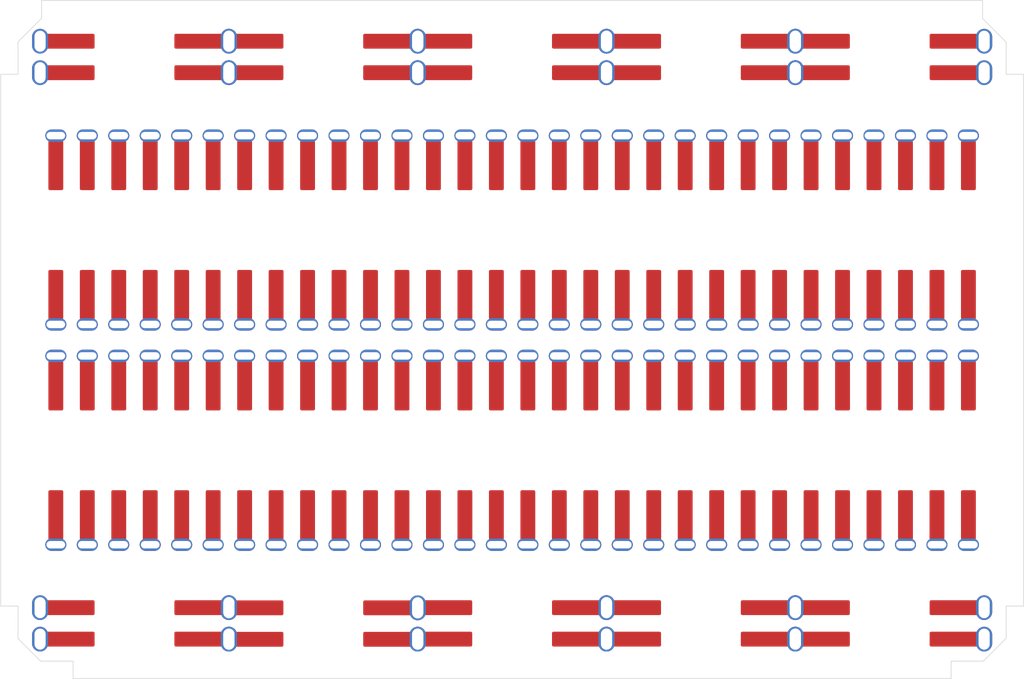
<source format=kicad_pcb>
(kicad_pcb (version 20221018) (generator pcbnew)
  (layers (0 "F.Cu" signal) (1 "In1.Cu" signal) (2 "In2.Cu" signal) (31 "B.Cu" signal) (34 "B.Paste" user) (35 "F.Paste" user) (36 "B.SilkS" user "B.Silkscreen") (37 "F.SilkS" user "F.Silkscreen") (38 "B.Mask" user) (39 "F.Mask" user) (44 "Edge.Cuts" user))
  (net 0 "")
  (net 1 "Net-(J1-Pin_30)")
  (net 2 "Net-(J1-Pin_29)")
  (net 3 "Net-(J1-Pin_28)")
  (net 4 "Net-(J1-Pin_27)")
  (net 5 "Net-(J1-Pin_26)")
  (net 6 "Net-(J1-Pin_25)")
  (net 7 "Net-(J1-Pin_24)")
  (net 8 "Net-(J1-Pin_23)")
  (net 9 "Net-(J1-Pin_22)")
  (net 10 "Net-(J1-Pin_21)")
  (net 11 "Net-(J1-Pin_20)")
  (net 12 "Net-(J1-Pin_19)")
  (net 13 "Net-(J1-Pin_18)")
  (net 14 "Net-(J1-Pin_17)")
  (net 15 "Net-(J1-Pin_16)")
  (net 16 "Net-(J1-Pin_15)")
  (net 17 "Net-(J1-Pin_14)")
  (net 18 "Net-(J1-Pin_13)")
  (net 19 "Net-(J1-Pin_12)")
  (net 20 "Net-(J1-Pin_11)")
  (net 21 "Net-(J1-Pin_10)")
  (net 22 "Net-(J1-Pin_9)")
  (net 23 "Net-(J1-Pin_8)")
  (net 24 "Net-(J1-Pin_7)")
  (net 25 "Net-(J1-Pin_6)")
  (net 26 "Net-(J1-Pin_5)")
  (net 27 "Net-(J1-Pin_4)")
  (net 28 "Net-(J1-Pin_3)")
  (net 29 "Net-(J1-Pin_2)")
  (net 30 "Net-(J1-Pin_1)")
  (net 31 "Net-(J10-Pin_9)")
  (net 32 "Net-(J10-Pin_8)")
  (net 33 "Net-(J10-Pin_7)")
  (net 34 "Net-(J10-Pin_6)")
  (net 35 "Net-(J10-Pin_5)")
  (net 36 "Net-(J10-Pin_4)")
  (net 37 "Net-(J10-Pin_30)")
  (net 38 "Net-(J10-Pin_3)")
  (net 39 "Net-(J10-Pin_29)")
  (net 40 "Net-(J10-Pin_28)")
  (net 41 "Net-(J10-Pin_27)")
  (net 42 "Net-(J10-Pin_26)")
  (net 43 "Net-(J10-Pin_25)")
  (net 44 "Net-(J10-Pin_24)")
  (net 45 "Net-(J10-Pin_23)")
  (net 46 "Net-(J10-Pin_22)")
  (net 47 "Net-(J10-Pin_21)")
  (net 48 "Net-(J10-Pin_20)")
  (net 49 "Net-(J10-Pin_2)")
  (net 50 "Net-(J10-Pin_19)")
  (net 51 "Net-(J10-Pin_18)")
  (net 52 "Net-(J10-Pin_17)")
  (net 53 "Net-(J10-Pin_16)")
  (net 54 "Net-(J10-Pin_15)")
  (net 55 "Net-(J10-Pin_14)")
  (net 56 "Net-(J10-Pin_13)")
  (net 57 "Net-(J10-Pin_12)")
  (net 58 "Net-(J10-Pin_11)")
  (net 59 "Net-(J10-Pin_10)")
  (net 60 "Net-(J10-Pin_1)")
  (footprint "Connector:Breadboard_CustomClips_Fallback" (layer "F.Cu") (at 103.505 160.02)
    (fp_text reference "J11" hide)
    (fp_text value "Connector_Breadboard" hide)
    (pad "0" smd roundrect (at -38.1 -21.59 90) (size 1.2 4) (drill oval (offset 0 2.4)) (layers "F.Cu" "F.Mask") (roundrect_rratio 0.1))
    (pad "0" thru_hole oval (at -38.1 -21.59) (size 1.3 2) (drill oval 0.9 1.7) (layers "*.Cu" "*.Mask"))
    (pad "0" smd roundrect (at -22.86 -21.59 90) (size 1.2 4) (drill oval (offset 0 2.4)) (layers "F.Cu" "F.Mask") (roundrect_rratio 0.1))
    (pad "0" smd roundrect (at -22.86 -21.59 270) (size 1.2 4) (drill oval (offset 0 2.4)) (layers "F.Cu" "F.Mask") (roundrect_rratio 0.1))
    (pad "0" thru_hole oval (at -22.86 -21.59) (size 1.3 2) (drill oval 0.9 1.7) (layers "*.Cu" "*.Mask"))
    (pad "0" thru_hole oval (at -22.86 -21.59) (size 1.3 2) (drill oval 0.9 1.7) (layers "*.Cu" "*.Mask"))
    (pad "0" smd roundrect (at -7.62 -21.59 90) (size 1.2 4) (drill oval (offset 0 2.4)) (layers "F.Cu" "F.Mask") (roundrect_rratio 0.1))
    (pad "0" smd roundrect (at -7.62 -21.59 270) (size 1.2 4) (drill oval (offset 0 2.4)) (layers "F.Cu" "F.Mask") (roundrect_rratio 0.1))
    (pad "0" thru_hole oval (at -7.62 -21.59) (size 1.3 2) (drill oval 0.9 1.7) (layers "*.Cu" "*.Mask"))
    (pad "0" thru_hole oval (at -7.62 -21.59) (size 1.3 2) (drill oval 0.9 1.7) (layers "*.Cu" "*.Mask"))
    (pad "0" smd roundrect (at 7.62 -21.59 90) (size 1.2 4) (drill oval (offset 0 2.4)) (layers "F.Cu" "F.Mask") (roundrect_rratio 0.1))
    (pad "0" smd roundrect (at 7.62 -21.59 270) (size 1.2 4) (drill oval (offset 0 2.4)) (layers "F.Cu" "F.Mask") (roundrect_rratio 0.1))
    (pad "0" thru_hole oval (at 7.62 -21.59) (size 1.3 2) (drill oval 0.9 1.7) (layers "*.Cu" "*.Mask"))
    (pad "0" thru_hole oval (at 7.62 -21.59) (size 1.3 2) (drill oval 0.9 1.7) (layers "*.Cu" "*.Mask"))
    (pad "0" smd roundrect (at 22.86 -21.59 270) (size 1.2 4) (drill oval (offset 0 2.4)) (layers "F.Cu" "F.Mask") (roundrect_rratio 0.1))
    (pad "0" smd roundrect (at 22.86 -21.59 90) (size 1.2 4) (drill oval (offset 0 2.4)) (layers "F.Cu" "F.Mask") (roundrect_rratio 0.1))
    (pad "0" thru_hole oval (at 22.86 -21.59) (size 1.3 2) (drill oval 0.9 1.7) (layers "*.Cu" "*.Mask"))
    (pad "0" thru_hole oval (at 22.86 -21.59) (size 1.3 2) (drill oval 0.9 1.7) (layers "*.Cu" "*.Mask"))
    (pad "0" smd roundrect (at 38.1 -21.59 270) (size 1.2 4) (drill oval (offset 0 2.4)) (layers "F.Cu" "F.Mask") (roundrect_rratio 0.1))
    (pad "0" thru_hole oval (at 38.1 -21.59) (size 1.3 2) (drill oval 0.9 1.7) (layers "*.Cu" "*.Mask"))
    (pad "1" smd roundrect (at -36.83 -16.51) (size 1.2 4) (drill oval (offset 0 2.4)) (layers "F.Cu" "F.Mask") (roundrect_rratio 0.1) (net 30 "Net-(J1-Pin_1)"))
    (pad "1" thru_hole oval (at -36.83 -16.51) (size 1.7 1) (drill oval 1.5 0.6) (layers "*.Cu" "*.Mask") (net 30 "Net-(J1-Pin_1)"))
    (pad "1" smd roundrect (at -36.83 -1.27) (size 1.2 4) (drill oval (offset 0 -2.4)) (layers "F.Cu" "F.Mask") (roundrect_rratio 0.1) (net 30 "Net-(J1-Pin_1)"))
    (pad "1" thru_hole oval (at -36.83 -1.27) (size 1.7 1) (drill oval 1.5 0.6) (layers "*.Cu" "*.Mask") (net 30 "Net-(J1-Pin_1)"))
    (pad "2" smd roundrect (at -34.29 -16.51) (size 1.2 4) (drill oval (offset 0 2.4)) (layers "F.Cu" "F.Mask") (roundrect_rratio 0.1) (net 29 "Net-(J1-Pin_2)"))
    (pad "2" thru_hole oval (at -34.29 -16.51) (size 1.7 1) (drill oval 1.5 0.6) (layers "*.Cu" "*.Mask") (net 29 "Net-(J1-Pin_2)"))
    (pad "2" smd roundrect (at -34.29 -1.27) (size 1.2 4) (drill oval (offset 0 -2.4)) (layers "F.Cu" "F.Mask") (roundrect_rratio 0.1) (net 29 "Net-(J1-Pin_2)"))
    (pad "2" thru_hole oval (at -34.29 -1.27) (size 1.7 1) (drill oval 1.5 0.6) (layers "*.Cu" "*.Mask") (net 29 "Net-(J1-Pin_2)"))
    (pad "3" smd roundrect (at -31.75 -16.51) (size 1.2 4) (drill oval (offset 0 2.4)) (layers "F.Cu" "F.Mask") (roundrect_rratio 0.1) (net 28 "Net-(J1-Pin_3)"))
    (pad "3" thru_hole oval (at -31.75 -16.51) (size 1.7 1) (drill oval 1.5 0.6) (layers "*.Cu" "*.Mask") (net 28 "Net-(J1-Pin_3)"))
    (pad "3" smd roundrect (at -31.75 -1.27) (size 1.2 4) (drill oval (offset 0 -2.4)) (layers "F.Cu" "F.Mask") (roundrect_rratio 0.1) (net 28 "Net-(J1-Pin_3)"))
    (pad "3" thru_hole oval (at -31.75 -1.27) (size 1.7 1) (drill oval 1.5 0.6) (layers "*.Cu" "*.Mask") (net 28 "Net-(J1-Pin_3)"))
    (pad "4" smd roundrect (at -29.21 -16.51) (size 1.2 4) (drill oval (offset 0 2.4)) (layers "F.Cu" "F.Mask") (roundrect_rratio 0.1) (net 27 "Net-(J1-Pin_4)"))
    (pad "4" thru_hole oval (at -29.21 -16.51) (size 1.7 1) (drill oval 1.5 0.6) (layers "*.Cu" "*.Mask") (net 27 "Net-(J1-Pin_4)"))
    (pad "4" smd roundrect (at -29.21 -1.27) (size 1.2 4) (drill oval (offset 0 -2.4)) (layers "F.Cu" "F.Mask") (roundrect_rratio 0.1) (net 27 "Net-(J1-Pin_4)"))
    (pad "4" thru_hole oval (at -29.21 -1.27) (size 1.7 1) (drill oval 1.5 0.6) (layers "*.Cu" "*.Mask") (net 27 "Net-(J1-Pin_4)"))
    (pad "5" smd roundrect (at -26.67 -16.51) (size 1.2 4) (drill oval (offset 0 2.4)) (layers "F.Cu" "F.Mask") (roundrect_rratio 0.1) (net 26 "Net-(J1-Pin_5)"))
    (pad "5" thru_hole oval (at -26.67 -16.51) (size 1.7 1) (drill oval 1.5 0.6) (layers "*.Cu" "*.Mask") (net 26 "Net-(J1-Pin_5)"))
    (pad "5" smd roundrect (at -26.67 -1.27) (size 1.2 4) (drill oval (offset 0 -2.4)) (layers "F.Cu" "F.Mask") (roundrect_rratio 0.1) (net 26 "Net-(J1-Pin_5)"))
    (pad "5" thru_hole oval (at -26.67 -1.27) (size 1.7 1) (drill oval 1.5 0.6) (layers "*.Cu" "*.Mask") (net 26 "Net-(J1-Pin_5)"))
    (pad "6" smd roundrect (at -24.13 -16.51) (size 1.2 4) (drill oval (offset 0 2.4)) (layers "F.Cu" "F.Mask") (roundrect_rratio 0.1) (net 25 "Net-(J1-Pin_6)"))
    (pad "6" thru_hole oval (at -24.13 -16.51) (size 1.7 1) (drill oval 1.5 0.6) (layers "*.Cu" "*.Mask") (net 25 "Net-(J1-Pin_6)"))
    (pad "6" smd roundrect (at -24.13 -1.27) (size 1.2 4) (drill oval (offset 0 -2.4)) (layers "F.Cu" "F.Mask") (roundrect_rratio 0.1) (net 25 "Net-(J1-Pin_6)"))
    (pad "6" thru_hole oval (at -24.13 -1.27) (size 1.7 1) (drill oval 1.5 0.6) (layers "*.Cu" "*.Mask") (net 25 "Net-(J1-Pin_6)"))
    (pad "7" smd roundrect (at -21.59 -16.51) (size 1.2 4) (drill oval (offset 0 2.4)) (layers "F.Cu" "F.Mask") (roundrect_rratio 0.1) (net 24 "Net-(J1-Pin_7)"))
    (pad "7" thru_hole oval (at -21.59 -16.51) (size 1.7 1) (drill oval 1.5 0.6) (layers "*.Cu" "*.Mask") (net 24 "Net-(J1-Pin_7)"))
    (pad "7" smd roundrect (at -21.59 -1.27) (size 1.2 4) (drill oval (offset 0 -2.4)) (layers "F.Cu" "F.Mask") (roundrect_rratio 0.1) (net 24 "Net-(J1-Pin_7)"))
    (pad "7" thru_hole oval (at -21.59 -1.27) (size 1.7 1) (drill oval 1.5 0.6) (layers "*.Cu" "*.Mask") (net 24 "Net-(J1-Pin_7)"))
    (pad "8" smd roundrect (at -19.05 -16.51) (size 1.2 4) (drill oval (offset 0 2.4)) (layers "F.Cu" "F.Mask") (roundrect_rratio 0.1) (net 23 "Net-(J1-Pin_8)"))
    (pad "8" thru_hole oval (at -19.05 -16.51) (size 1.7 1) (drill oval 1.5 0.6) (layers "*.Cu" "*.Mask") (net 23 "Net-(J1-Pin_8)"))
    (pad "8" smd roundrect (at -19.05 -1.27) (size 1.2 4) (drill oval (offset 0 -2.4)) (layers "F.Cu" "F.Mask") (roundrect_rratio 0.1) (net 23 "Net-(J1-Pin_8)"))
    (pad "8" thru_hole oval (at -19.05 -1.27) (size 1.7 1) (drill oval 1.5 0.6) (layers "*.Cu" "*.Mask") (net 23 "Net-(J1-Pin_8)"))
    (pad "9" smd roundrect (at -16.51 -16.51) (size 1.2 4) (drill oval (offset 0 2.4)) (layers "F.Cu" "F.Mask") (roundrect_rratio 0.1) (net 22 "Net-(J1-Pin_9)"))
    (pad "9" thru_hole oval (at -16.51 -16.51) (size 1.7 1) (drill oval 1.5 0.6) (layers "*.Cu" "*.Mask") (net 22 "Net-(J1-Pin_9)"))
    (pad "9" smd roundrect (at -16.51 -1.27) (size 1.2 4) (drill oval (offset 0 -2.4)) (layers "F.Cu" "F.Mask") (roundrect_rratio 0.1) (net 22 "Net-(J1-Pin_9)"))
    (pad "9" thru_hole oval (at -16.51 -1.27) (size 1.7 1) (drill oval 1.5 0.6) (layers "*.Cu" "*.Mask") (net 22 "Net-(J1-Pin_9)"))
    (pad "10" smd roundrect (at -13.97 -16.51) (size 1.2 4) (drill oval (offset 0 2.4)) (layers "F.Cu" "F.Mask") (roundrect_rratio 0.1) (net 21 "Net-(J1-Pin_10)"))
    (pad "10" thru_hole oval (at -13.97 -16.51) (size 1.7 1) (drill oval 1.5 0.6) (layers "*.Cu" "*.Mask") (net 21 "Net-(J1-Pin_10)"))
    (pad "10" smd roundrect (at -13.97 -1.27) (size 1.2 4) (drill oval (offset 0 -2.4)) (layers "F.Cu" "F.Mask") (roundrect_rratio 0.1) (net 21 "Net-(J1-Pin_10)"))
    (pad "10" thru_hole oval (at -13.97 -1.27) (size 1.7 1) (drill oval 1.5 0.6) (layers "*.Cu" "*.Mask") (net 21 "Net-(J1-Pin_10)"))
    (pad "11" smd roundrect (at -11.43 -16.51) (size 1.2 4) (drill oval (offset 0 2.4)) (layers "F.Cu" "F.Mask") (roundrect_rratio 0.1) (net 20 "Net-(J1-Pin_11)"))
    (pad "11" thru_hole oval (at -11.43 -16.51) (size 1.7 1) (drill oval 1.5 0.6) (layers "*.Cu" "*.Mask") (net 20 "Net-(J1-Pin_11)"))
    (pad "11" smd roundrect (at -11.43 -1.27) (size 1.2 4) (drill oval (offset 0 -2.4)) (layers "F.Cu" "F.Mask") (roundrect_rratio 0.1) (net 20 "Net-(J1-Pin_11)"))
    (pad "11" thru_hole oval (at -11.43 -1.27) (size 1.7 1) (drill oval 1.5 0.6) (layers "*.Cu" "*.Mask") (net 20 "Net-(J1-Pin_11)"))
    (pad "12" smd roundrect (at -8.89 -16.51) (size 1.2 4) (drill oval (offset 0 2.4)) (layers "F.Cu" "F.Mask") (roundrect_rratio 0.1) (net 19 "Net-(J1-Pin_12)"))
    (pad "12" thru_hole oval (at -8.89 -16.51) (size 1.7 1) (drill oval 1.5 0.6) (layers "*.Cu" "*.Mask") (net 19 "Net-(J1-Pin_12)"))
    (pad "12" smd roundrect (at -8.89 -1.27) (size 1.2 4) (drill oval (offset 0 -2.4)) (layers "F.Cu" "F.Mask") (roundrect_rratio 0.1) (net 19 "Net-(J1-Pin_12)"))
    (pad "12" thru_hole oval (at -8.89 -1.27) (size 1.7 1) (drill oval 1.5 0.6) (layers "*.Cu" "*.Mask") (net 19 "Net-(J1-Pin_12)"))
    (pad "13" smd roundrect (at -6.35 -16.51) (size 1.2 4) (drill oval (offset 0 2.4)) (layers "F.Cu" "F.Mask") (roundrect_rratio 0.1) (net 18 "Net-(J1-Pin_13)"))
    (pad "13" thru_hole oval (at -6.35 -16.51) (size 1.7 1) (drill oval 1.5 0.6) (layers "*.Cu" "*.Mask") (net 18 "Net-(J1-Pin_13)"))
    (pad "13" smd roundrect (at -6.35 -1.27) (size 1.2 4) (drill oval (offset 0 -2.4)) (layers "F.Cu" "F.Mask") (roundrect_rratio 0.1) (net 18 "Net-(J1-Pin_13)"))
    (pad "13" thru_hole oval (at -6.35 -1.27) (size 1.7 1) (drill oval 1.5 0.6) (layers "*.Cu" "*.Mask") (net 18 "Net-(J1-Pin_13)"))
    (pad "14" smd roundrect (at -3.81 -16.51) (size 1.2 4) (drill oval (offset 0 2.4)) (layers "F.Cu" "F.Mask") (roundrect_rratio 0.1) (net 17 "Net-(J1-Pin_14)"))
    (pad "14" thru_hole oval (at -3.81 -16.51) (size 1.7 1) (drill oval 1.5 0.6) (layers "*.Cu" "*.Mask") (net 17 "Net-(J1-Pin_14)"))
    (pad "14" smd roundrect (at -3.81 -1.27) (size 1.2 4) (drill oval (offset 0 -2.4)) (layers "F.Cu" "F.Mask") (roundrect_rratio 0.1) (net 17 "Net-(J1-Pin_14)"))
    (pad "14" thru_hole oval (at -3.81 -1.27) (size 1.7 1) (drill oval 1.5 0.6) (layers "*.Cu" "*.Mask") (net 17 "Net-(J1-Pin_14)"))
    (pad "15" smd roundrect (at -1.27 -16.51) (size 1.2 4) (drill oval (offset 0 2.4)) (layers "F.Cu" "F.Mask") (roundrect_rratio 0.1) (net 16 "Net-(J1-Pin_15)"))
    (pad "15" thru_hole oval (at -1.27 -16.51) (size 1.7 1) (drill oval 1.5 0.6) (layers "*.Cu" "*.Mask") (net 16 "Net-(J1-Pin_15)"))
    (pad "15" smd roundrect (at -1.27 -1.27) (size 1.2 4) (drill oval (offset 0 -2.4)) (layers "F.Cu" "F.Mask") (roundrect_rratio 0.1) (net 16 "Net-(J1-Pin_15)"))
    (pad "15" thru_hole oval (at -1.27 -1.27) (size 1.7 1) (drill oval 1.5 0.6) (layers "*.Cu" "*.Mask") (net 16 "Net-(J1-Pin_15)"))
    (pad "16" smd roundrect (at 1.27 -16.51) (size 1.2 4) (drill oval (offset 0 2.4)) (layers "F.Cu" "F.Mask") (roundrect_rratio 0.1) (net 15 "Net-(J1-Pin_16)"))
    (pad "16" thru_hole oval (at 1.27 -16.51) (size 1.7 1) (drill oval 1.5 0.6) (layers "*.Cu" "*.Mask") (net 15 "Net-(J1-Pin_16)"))
    (pad "16" smd roundrect (at 1.27 -1.27) (size 1.2 4) (drill oval (offset 0 -2.4)) (layers "F.Cu" "F.Mask") (roundrect_rratio 0.1) (net 15 "Net-(J1-Pin_16)"))
    (pad "16" thru_hole oval (at 1.27 -1.27) (size 1.7 1) (drill oval 1.5 0.6) (layers "*.Cu" "*.Mask") (net 15 "Net-(J1-Pin_16)"))
    (pad "17" smd roundrect (at 3.81 -16.51) (size 1.2 4) (drill oval (offset 0 2.4)) (layers "F.Cu" "F.Mask") (roundrect_rratio 0.1) (net 14 "Net-(J1-Pin_17)"))
    (pad "17" thru_hole oval (at 3.81 -16.51) (size 1.7 1) (drill oval 1.5 0.6) (layers "*.Cu" "*.Mask") (net 14 "Net-(J1-Pin_17)"))
    (pad "17" smd roundrect (at 3.81 -1.27) (size 1.2 4) (drill oval (offset 0 -2.4)) (layers "F.Cu" "F.Mask") (roundrect_rratio 0.1) (net 14 "Net-(J1-Pin_17)"))
    (pad "17" thru_hole oval (at 3.81 -1.27) (size 1.7 1) (drill oval 1.5 0.6) (layers "*.Cu" "*.Mask") (net 14 "Net-(J1-Pin_17)"))
    (pad "18" smd roundrect (at 6.35 -16.51) (size 1.2 4) (drill oval (offset 0 2.4)) (layers "F.Cu" "F.Mask") (roundrect_rratio 0.1) (net 13 "Net-(J1-Pin_18)"))
    (pad "18" thru_hole oval (at 6.35 -16.51) (size 1.7 1) (drill oval 1.5 0.6) (layers "*.Cu" "*.Mask") (net 13 "Net-(J1-Pin_18)"))
    (pad "18" smd roundrect (at 6.35 -1.27) (size 1.2 4) (drill oval (offset 0 -2.4)) (layers "F.Cu" "F.Mask") (roundrect_rratio 0.1) (net 13 "Net-(J1-Pin_18)"))
    (pad "18" thru_hole oval (at 6.35 -1.27) (size 1.7 1) (drill oval 1.5 0.6) (layers "*.Cu" "*.Mask") (net 13 "Net-(J1-Pin_18)"))
    (pad "19" smd roundrect (at 8.89 -16.51) (size 1.2 4) (drill oval (offset 0 2.4)) (layers "F.Cu" "F.Mask") (roundrect_rratio 0.1) (net 12 "Net-(J1-Pin_19)"))
    (pad "19" thru_hole oval (at 8.89 -16.51) (size 1.7 1) (drill oval 1.5 0.6) (layers "*.Cu" "*.Mask") (net 12 "Net-(J1-Pin_19)"))
    (pad "19" smd roundrect (at 8.89 -1.27) (size 1.2 4) (drill oval (offset 0 -2.4)) (layers "F.Cu" "F.Mask") (roundrect_rratio 0.1) (net 12 "Net-(J1-Pin_19)"))
    (pad "19" thru_hole oval (at 8.89 -1.27) (size 1.7 1) (drill oval 1.5 0.6) (layers "*.Cu" "*.Mask") (net 12 "Net-(J1-Pin_19)"))
    (pad "20" smd roundrect (at 11.43 -16.51) (size 1.2 4) (drill oval (offset 0 2.4)) (layers "F.Cu" "F.Mask") (roundrect_rratio 0.1) (net 11 "Net-(J1-Pin_20)"))
    (pad "20" thru_hole oval (at 11.43 -16.51) (size 1.7 1) (drill oval 1.5 0.6) (layers "*.Cu" "*.Mask") (net 11 "Net-(J1-Pin_20)"))
    (pad "20" smd roundrect (at 11.43 -1.27) (size 1.2 4) (drill oval (offset 0 -2.4)) (layers "F.Cu" "F.Mask") (roundrect_rratio 0.1) (net 11 "Net-(J1-Pin_20)"))
    (pad "20" thru_hole oval (at 11.43 -1.27) (size 1.7 1) (drill oval 1.5 0.6) (layers "*.Cu" "*.Mask") (net 11 "Net-(J1-Pin_20)"))
    (pad "21" smd roundrect (at 13.97 -16.51) (size 1.2 4) (drill oval (offset 0 2.4)) (layers "F.Cu" "F.Mask") (roundrect_rratio 0.1) (net 10 "Net-(J1-Pin_21)"))
    (pad "21" thru_hole oval (at 13.97 -16.51) (size 1.7 1) (drill oval 1.5 0.6) (layers "*.Cu" "*.Mask") (net 10 "Net-(J1-Pin_21)"))
    (pad "21" smd roundrect (at 13.97 -1.27) (size 1.2 4) (drill oval (offset 0 -2.4)) (layers "F.Cu" "F.Mask") (roundrect_rratio 0.1) (net 10 "Net-(J1-Pin_21)"))
    (pad "21" thru_hole oval (at 13.97 -1.27) (size 1.7 1) (drill oval 1.5 0.6) (layers "*.Cu" "*.Mask") (net 10 "Net-(J1-Pin_21)"))
    (pad "22" smd roundrect (at 16.51 -16.51) (size 1.2 4) (drill oval (offset 0 2.4)) (layers "F.Cu" "F.Mask") (roundrect_rratio 0.1) (net 9 "Net-(J1-Pin_22)"))
    (pad "22" thru_hole oval (at 16.51 -16.51) (size 1.7 1) (drill oval 1.5 0.6) (layers "*.Cu" "*.Mask") (net 9 "Net-(J1-Pin_22)"))
    (pad "22" smd roundrect (at 16.51 -1.27) (size 1.2 4) (drill oval (offset 0 -2.4)) (layers "F.Cu" "F.Mask") (roundrect_rratio 0.1) (net 9 "Net-(J1-Pin_22)"))
    (pad "22" thru_hole oval (at 16.51 -1.27) (size 1.7 1) (drill oval 1.5 0.6) (layers "*.Cu" "*.Mask") (net 9 "Net-(J1-Pin_22)"))
    (pad "23" smd roundrect (at 19.05 -16.51) (size 1.2 4) (drill oval (offset 0 2.4)) (layers "F.Cu" "F.Mask") (roundrect_rratio 0.1) (net 8 "Net-(J1-Pin_23)"))
    (pad "23" thru_hole oval (at 19.05 -16.51) (size 1.7 1) (drill oval 1.5 0.6) (layers "*.Cu" "*.Mask") (net 8 "Net-(J1-Pin_23)"))
    (pad "23" smd roundrect (at 19.05 -1.27) (size 1.2 4) (drill oval (offset 0 -2.4)) (layers "F.Cu" "F.Mask") (roundrect_rratio 0.1) (net 8 "Net-(J1-Pin_23)"))
    (pad "23" thru_hole oval (at 19.05 -1.27) (size 1.7 1) (drill oval 1.5 0.6) (layers "*.Cu" "*.Mask") (net 8 "Net-(J1-Pin_23)"))
    (pad "24" smd roundrect (at 21.59 -16.51) (size 1.2 4) (drill oval (offset 0 2.4)) (layers "F.Cu" "F.Mask") (roundrect_rratio 0.1) (net 7 "Net-(J1-Pin_24)"))
    (pad "24" thru_hole oval (at 21.59 -16.51) (size 1.7 1) (drill oval 1.5 0.6) (layers "*.Cu" "*.Mask") (net 7 "Net-(J1-Pin_24)"))
    (pad "24" smd roundrect (at 21.59 -1.27) (size 1.2 4) (drill oval (offset 0 -2.4)) (layers "F.Cu" "F.Mask") (roundrect_rratio 0.1) (net 7 "Net-(J1-Pin_24)"))
    (pad "24" thru_hole oval (at 21.59 -1.27) (size 1.7 1) (drill oval 1.5 0.6) (layers "*.Cu" "*.Mask") (net 7 "Net-(J1-Pin_24)"))
    (pad "25" smd roundrect (at 24.13 -16.51) (size 1.2 4) (drill oval (offset 0 2.4)) (layers "F.Cu" "F.Mask") (roundrect_rratio 0.1) (net 6 "Net-(J1-Pin_25)"))
    (pad "25" thru_hole oval (at 24.13 -16.51) (size 1.7 1) (drill oval 1.5 0.6) (layers "*.Cu" "*.Mask") (net 6 "Net-(J1-Pin_25)"))
    (pad "25" smd roundrect (at 24.13 -1.27) (size 1.2 4) (drill oval (offset 0 -2.4)) (layers "F.Cu" "F.Mask") (roundrect_rratio 0.1) (net 6 "Net-(J1-Pin_25)"))
    (pad "25" thru_hole oval (at 24.13 -1.27) (size 1.7 1) (drill oval 1.5 0.6) (layers "*.Cu" "*.Mask") (net 6 "Net-(J1-Pin_25)"))
    (pad "26" smd roundrect (at 26.67 -16.51) (size 1.2 4) (drill oval (offset 0 2.4)) (layers "F.Cu" "F.Mask") (roundrect_rratio 0.1) (net 5 "Net-(J1-Pin_26)"))
    (pad "26" thru_hole oval (at 26.67 -16.51) (size 1.7 1) (drill oval 1.5 0.6) (layers "*.Cu" "*.Mask") (net 5 "Net-(J1-Pin_26)"))
    (pad "26" smd roundrect (at 26.67 -1.27) (size 1.2 4) (drill oval (offset 0 -2.4)) (layers "F.Cu" "F.Mask") (roundrect_rratio 0.1) (net 5 "Net-(J1-Pin_26)"))
    (pad "26" thru_hole oval (at 26.67 -1.27) (size 1.7 1) (drill oval 1.5 0.6) (layers "*.Cu" "*.Mask") (net 5 "Net-(J1-Pin_26)"))
    (pad "27" smd roundrect (at 29.21 -16.51) (size 1.2 4) (drill oval (offset 0 2.4)) (layers "F.Cu" "F.Mask") (roundrect_rratio 0.1) (net 4 "Net-(J1-Pin_27)"))
    (pad "27" thru_hole oval (at 29.21 -16.51) (size 1.7 1) (drill oval 1.5 0.6) (layers "*.Cu" "*.Mask") (net 4 "Net-(J1-Pin_27)"))
    (pad "27" smd roundrect (at 29.21 -1.27) (size 1.2 4) (drill oval (offset 0 -2.4)) (layers "F.Cu" "F.Mask") (roundrect_rratio 0.1) (net 4 "Net-(J1-Pin_27)"))
    (pad "27" thru_hole oval (at 29.21 -1.27) (size 1.7 1) (drill oval 1.5 0.6) (layers "*.Cu" "*.Mask") (net 4 "Net-(J1-Pin_27)"))
    (pad "28" smd roundrect (at 31.75 -16.51) (size 1.2 4) (drill oval (offset 0 2.4)) (layers "F.Cu" "F.Mask") (roundrect_rratio 0.1) (net 3 "Net-(J1-Pin_28)"))
    (pad "28" thru_hole oval (at 31.75 -16.51) (size 1.7 1) (drill oval 1.5 0.6) (layers "*.Cu" "*.Mask") (net 3 "Net-(J1-Pin_28)"))
    (pad "28" smd roundrect (at 31.75 -1.27) (size 1.2 4) (drill oval (offset 0 -2.4)) (layers "F.Cu" "F.Mask") (roundrect_rratio 0.1) (net 3 "Net-(J1-Pin_28)"))
    (pad "28" thru_hole oval (at 31.75 -1.27) (size 1.7 1) (drill oval 1.5 0.6) (layers "*.Cu" "*.Mask") (net 3 "Net-(J1-Pin_28)"))
    (pad "29" smd roundrect (at 34.29 -16.51) (size 1.2 4) (drill oval (offset 0 2.4)) (layers "F.Cu" "F.Mask") (roundrect_rratio 0.1) (net 2 "Net-(J1-Pin_29)"))
    (pad "29" thru_hole oval (at 34.29 -16.51) (size 1.7 1) (drill oval 1.5 0.6) (layers "*.Cu" "*.Mask") (net 2 "Net-(J1-Pin_29)"))
    (pad "29" smd roundrect (at 34.29 -1.27) (size 1.2 4) (drill oval (offset 0 -2.4)) (layers "F.Cu" "F.Mask") (roundrect_rratio 0.1) (net 2 "Net-(J1-Pin_29)"))
    (pad "29" thru_hole oval (at 34.29 -1.27) (size 1.7 1) (drill oval 1.5 0.6) (layers "*.Cu" "*.Mask") (net 2 "Net-(J1-Pin_29)"))
    (pad "30" smd roundrect (at 36.83 -16.51) (size 1.2 4) (drill oval (offset 0 2.4)) (layers "F.Cu" "F.Mask") (roundrect_rratio 0.1) (net 1 "Net-(J1-Pin_30)"))
    (pad "30" thru_hole oval (at 36.83 -16.51) (size 1.7 1) (drill oval 1.5 0.6) (layers "*.Cu" "*.Mask") (net 1 "Net-(J1-Pin_30)"))
    (pad "30" smd roundrect (at 36.83 -1.27) (size 1.2 4) (drill oval (offset 0 -2.4)) (layers "F.Cu" "F.Mask") (roundrect_rratio 0.1) (net 1 "Net-(J1-Pin_30)"))
    (pad "30" thru_hole oval (at 36.83 -1.27) (size 1.7 1) (drill oval 1.5 0.6) (layers "*.Cu" "*.Mask") (net 1 "Net-(J1-Pin_30)"))
    (pad "31" smd roundrect (at -38.1 -24.13 90) (size 1.2 4) (drill oval (offset 0 2.4)) (layers "F.Cu" "F.Mask") (roundrect_rratio 0.1))
    (pad "31" thru_hole oval (at -38.1 -24.13) (size 1.3 2) (drill oval 0.9 1.7) (layers "*.Cu" "*.Mask"))
    (pad "31" smd roundrect (at -22.86 -24.13 90) (size 1.2 4) (drill oval (offset 0 2.4)) (layers "F.Cu" "F.Mask") (roundrect_rratio 0.1))
    (pad "31" smd roundrect (at -22.86 -24.13 270) (size 1.2 4) (drill oval (offset 0 2.4)) (layers "F.Cu" "F.Mask") (roundrect_rratio 0.1))
    (pad "31" thru_hole oval (at -22.86 -24.13) (size 1.3 2) (drill oval 0.9 1.7) (layers "*.Cu" "*.Mask"))
    (pad "31" thru_hole oval (at -22.86 -24.13) (size 1.3 2) (drill oval 0.9 1.7) (layers "*.Cu" "*.Mask"))
    (pad "31" smd roundrect (at -7.62 -24.13 270) (size 1.2 4) (drill oval (offset 0 2.4)) (layers "F.Cu" "F.Mask") (roundrect_rratio 0.1))
    (pad "31" smd roundrect (at -7.62 -24.13 90) (size 1.2 4) (drill oval (offset 0 2.4)) (layers "F.Cu" "F.Mask") (roundrect_rratio 0.1))
    (pad "31" thru_hole oval (at -7.62 -24.13) (size 1.3 2) (drill oval 0.9 1.7) (layers "*.Cu" "*.Mask"))
    (pad "31" thru_hole oval (at -7.62 -24.13) (size 1.3 2) (drill oval 0.9 1.7) (layers "*.Cu" "*.Mask"))
    (pad "31" smd roundrect (at 7.62 -24.13 270) (size 1.2 4) (drill oval (offset 0 2.4)) (layers "F.Cu" "F.Mask") (roundrect_rratio 0.1))
    (pad "31" smd roundrect (at 7.62 -24.13 90) (size 1.2 4) (drill oval (offset 0 2.4)) (layers "F.Cu" "F.Mask") (roundrect_rratio 0.1))
    (pad "31" thru_hole oval (at 7.62 -24.13) (size 1.3 2) (drill oval 0.9 1.7) (layers "*.Cu" "*.Mask"))
    (pad "31" thru_hole oval (at 7.62 -24.13) (size 1.3 2) (drill oval 0.9 1.7) (layers "*.Cu" "*.Mask"))
    (pad "31" smd roundrect (at 22.86 -24.13 270) (size 1.2 4) (drill oval (offset 0 2.4)) (layers "F.Cu" "F.Mask") (roundrect_rratio 0.1))
    (pad "31" smd roundrect (at 22.86 -24.13 90) (size 1.2 4) (drill oval (offset 0 2.4)) (layers "F.Cu" "F.Mask") (roundrect_rratio 0.1))
    (pad "31" thru_hole oval (at 22.86 -24.13) (size 1.3 2) (drill oval 0.9 1.7) (layers "*.Cu" "*.Mask"))
    (pad "31" thru_hole oval (at 22.86 -24.13) (size 1.3 2) (drill oval 0.9 1.7) (layers "*.Cu" "*.Mask"))
    (pad "31" smd roundrect (at 38.1 -24.13 270) (size 1.2 4) (drill oval (offset 0 2.4)) (layers "F.Cu" "F.Mask") (roundrect_rratio 0.1))
    (pad "31" thru_hole oval (at 38.1 -24.13) (size 1.3 2) (drill oval 0.9 1.7) (layers "*.Cu" "*.Mask"))
    (pad "32" smd roundrect (at -38.1 24.13 90) (size 1.2 4) (drill oval (offset 0 2.4)) (layers "F.Cu" "F.Mask") (roundrect_rratio 0.1))
    (pad "32" thru_hole oval (at -38.1 24.13) (size 1.3 2) (drill oval 0.9 1.7) (layers "*.Cu" "*.Mask"))
    (pad "32" smd roundrect (at -22.86 24.13 270) (size 1.2 4) (drill oval (offset 0 2.4)) (layers "F.Cu" "F.Mask") (roundrect_rratio 0.1))
    (pad "32" thru_hole oval (at -22.86 24.13) (size 1.3 2) (drill oval 0.9 1.7) (layers "*.Cu" "*.Mask"))
    (pad "32" thru_hole oval (at -22.86 24.13) (size 1.3 2) (drill oval 0.9 1.7) (layers "*.Cu" "*.Mask"))
    (pad "32" smd roundrect (at -22.86 24.1427 90) (size 1.2 4) (drill oval (offset 0 2.4)) (layers "F.Cu" "F.Mask") (roundrect_rratio 0.1))
    (pad "32" smd roundrect (at -7.62 24.13 90) (size 1.2 4) (drill oval (offset 0 2.4)) (layers "F.Cu" "F.Mask") (roundrect_rratio 0.1))
    (pad "32" thru_hole oval (at -7.62 24.13) (size 1.3 2) (drill oval 0.9 1.7) (layers "*.Cu" "*.Mask"))
    (pad "32" thru_hole oval (at -7.62 24.13) (size 1.3 2) (drill oval 0.9 1.7) (layers "*.Cu" "*.Mask"))
    (pad "32" smd roundrect (at -7.62 24.1427 270) (size 1.2 4) (drill oval (offset 0 2.4)) (layers "F.Cu" "F.Mask") (roundrect_rratio 0.1))
    (pad "32" smd roundrect (at 7.62 24.13 270) (size 1.2 4) (drill oval (offset 0 2.4)) (layers "F.Cu" "F.Mask") (roundrect_rratio 0.1))
    (pad "32" smd roundrect (at 7.62 24.13 90) (size 1.2 4) (drill oval (offset 0 2.4)) (layers "F.Cu" "F.Mask") (roundrect_rratio 0.1))
    (pad "32" thru_hole oval (at 7.62 24.13) (size 1.3 2) (drill oval 0.9 1.7) (layers "*.Cu" "*.Mask"))
    (pad "32" thru_hole oval (at 7.62 24.13) (size 1.3 2) (drill oval 0.9 1.7) (layers "*.Cu" "*.Mask"))
    (pad "32" smd roundrect (at 22.86 24.13 270) (size 1.2 4) (drill oval (offset 0 2.4)) (layers "F.Cu" "F.Mask") (roundrect_rratio 0.1))
    (pad "32" smd roundrect (at 22.86 24.13 90) (size 1.2 4) (drill oval (offset 0 2.4)) (layers "F.Cu" "F.Mask") (roundrect_rratio 0.1))
    (pad "32" thru_hole oval (at 22.86 24.13) (size 1.3 2) (drill oval 0.9 1.7) (layers "*.Cu" "*.Mask"))
    (pad "32" thru_hole oval (at 22.86 24.13) (size 1.3 2) (drill oval 0.9 1.7) (layers "*.Cu" "*.Mask"))
    (pad "32" smd roundrect (at 38.1 24.13 270) (size 1.2 4) (drill oval (offset 0 2.4)) (layers "F.Cu" "F.Mask") (roundrect_rratio 0.1))
    (pad "32" thru_hole oval (at 38.1 24.13) (size 1.3 2) (drill oval 0.9 1.7) (layers "*.Cu" "*.Mask"))
    (pad "33" smd roundrect (at -36.83 1.27) (size 1.2 4) (drill oval (offset 0 2.4)) (layers "F.Cu" "F.Mask") (roundrect_rratio 0.1) (net 37 "Net-(J10-Pin_30)"))
    (pad "33" thru_hole oval (at -36.83 1.27) (size 1.7 1) (drill oval 1.5 0.6) (layers "*.Cu" "*.Mask") (net 37 "Net-(J10-Pin_30)"))
    (pad "33" smd roundrect (at -36.83 16.51) (size 1.2 4) (drill oval (offset 0 -2.4)) (layers "F.Cu" "F.Mask") (roundrect_rratio 0.1) (net 37 "Net-(J10-Pin_30)"))
    (pad "33" thru_hole oval (at -36.83 16.51) (size 1.7 1) (drill oval 1.5 0.6) (layers "*.Cu" "*.Mask") (net 37 "Net-(J10-Pin_30)"))
    (pad "34" smd roundrect (at -34.29 1.27) (size 1.2 4) (drill oval (offset 0 2.4)) (layers "F.Cu" "F.Mask") (roundrect_rratio 0.1) (net 39 "Net-(J10-Pin_29)"))
    (pad "34" thru_hole oval (at -34.29 1.27) (size 1.7 1) (drill oval 1.5 0.6) (layers "*.Cu" "*.Mask") (net 39 "Net-(J10-Pin_29)"))
    (pad "34" smd roundrect (at -34.29 16.51) (size 1.2 4) (drill oval (offset 0 -2.4)) (layers "F.Cu" "F.Mask") (roundrect_rratio 0.1) (net 39 "Net-(J10-Pin_29)"))
    (pad "34" thru_hole oval (at -34.29 16.51) (size 1.7 1) (drill oval 1.5 0.6) (layers "*.Cu" "*.Mask") (net 39 "Net-(J10-Pin_29)"))
    (pad "35" smd roundrect (at -31.75 1.27) (size 1.2 4) (drill oval (offset 0 2.4)) (layers "F.Cu" "F.Mask") (roundrect_rratio 0.1) (net 40 "Net-(J10-Pin_28)"))
    (pad "35" thru_hole oval (at -31.75 1.27) (size 1.7 1) (drill oval 1.5 0.6) (layers "*.Cu" "*.Mask") (net 40 "Net-(J10-Pin_28)"))
    (pad "35" smd roundrect (at -31.75 16.51) (size 1.2 4) (drill oval (offset 0 -2.4)) (layers "F.Cu" "F.Mask") (roundrect_rratio 0.1) (net 40 "Net-(J10-Pin_28)"))
    (pad "35" thru_hole oval (at -31.75 16.51) (size 1.7 1) (drill oval 1.5 0.6) (layers "*.Cu" "*.Mask") (net 40 "Net-(J10-Pin_28)"))
    (pad "36" smd roundrect (at -29.21 1.27) (size 1.2 4) (drill oval (offset 0 2.4)) (layers "F.Cu" "F.Mask") (roundrect_rratio 0.1) (net 41 "Net-(J10-Pin_27)"))
    (pad "36" thru_hole oval (at -29.21 1.27) (size 1.7 1) (drill oval 1.5 0.6) (layers "*.Cu" "*.Mask") (net 41 "Net-(J10-Pin_27)"))
    (pad "36" smd roundrect (at -29.21 16.51) (size 1.2 4) (drill oval (offset 0 -2.4)) (layers "F.Cu" "F.Mask") (roundrect_rratio 0.1) (net 41 "Net-(J10-Pin_27)"))
    (pad "36" thru_hole oval (at -29.21 16.51) (size 1.7 1) (drill oval 1.5 0.6) (layers "*.Cu" "*.Mask") (net 41 "Net-(J10-Pin_27)"))
    (pad "37" smd roundrect (at -26.67 1.27) (size 1.2 4) (drill oval (offset 0 2.4)) (layers "F.Cu" "F.Mask") (roundrect_rratio 0.1) (net 42 "Net-(J10-Pin_26)"))
    (pad "37" thru_hole oval (at -26.67 1.27) (size 1.7 1) (drill oval 1.5 0.6) (layers "*.Cu" "*.Mask") (net 42 "Net-(J10-Pin_26)"))
    (pad "37" smd roundrect (at -26.67 16.51) (size 1.2 4) (drill oval (offset 0 -2.4)) (layers "F.Cu" "F.Mask") (roundrect_rratio 0.1) (net 42 "Net-(J10-Pin_26)"))
    (pad "37" thru_hole oval (at -26.67 16.51) (size 1.7 1) (drill oval 1.5 0.6) (layers "*.Cu" "*.Mask") (net 42 "Net-(J10-Pin_26)"))
    (pad "38" smd roundrect (at -24.13 1.27) (size 1.2 4) (drill oval (offset 0 2.4)) (layers "F.Cu" "F.Mask") (roundrect_rratio 0.1) (net 43 "Net-(J10-Pin_25)"))
    (pad "38" thru_hole oval (at -24.13 1.27) (size 1.7 1) (drill oval 1.5 0.6) (layers "*.Cu" "*.Mask") (net 43 "Net-(J10-Pin_25)"))
    (pad "38" smd roundrect (at -24.13 16.51) (size 1.2 4) (drill oval (offset 0 -2.4)) (layers "F.Cu" "F.Mask") (roundrect_rratio 0.1) (net 43 "Net-(J10-Pin_25)"))
    (pad "38" thru_hole oval (at -24.13 16.51) (size 1.7 1) (drill oval 1.5 0.6) (layers "*.Cu" "*.Mask") (net 43 "Net-(J10-Pin_25)"))
    (pad "39" smd roundrect (at -21.59 1.27) (size 1.2 4) (drill oval (offset 0 2.4)) (layers "F.Cu" "F.Mask") (roundrect_rratio 0.1) (net 44 "Net-(J10-Pin_24)"))
    (pad "39" thru_hole oval (at -21.59 1.27) (size 1.7 1) (drill oval 1.5 0.6) (layers "*.Cu" "*.Mask") (net 44 "Net-(J10-Pin_24)"))
    (pad "39" smd roundrect (at -21.59 16.51) (size 1.2 4) (drill oval (offset 0 -2.4)) (layers "F.Cu" "F.Mask") (roundrect_rratio 0.1) (net 44 "Net-(J10-Pin_24)"))
    (pad "39" thru_hole oval (at -21.59 16.51) (size 1.7 1) (drill oval 1.5 0.6) (layers "*.Cu" "*.Mask") (net 44 "Net-(J10-Pin_24)"))
    (pad "40" smd roundrect (at -19.05 1.27) (size 1.2 4) (drill oval (offset 0 2.4)) (layers "F.Cu" "F.Mask") (roundrect_rratio 0.1) (net 45 "Net-(J10-Pin_23)"))
    (pad "40" thru_hole oval (at -19.05 1.27) (size 1.7 1) (drill oval 1.5 0.6) (layers "*.Cu" "*.Mask") (net 45 "Net-(J10-Pin_23)"))
    (pad "40" smd roundrect (at -19.05 16.51) (size 1.2 4) (drill oval (offset 0 -2.4)) (layers "F.Cu" "F.Mask") (roundrect_rratio 0.1) (net 45 "Net-(J10-Pin_23)"))
    (pad "40" thru_hole oval (at -19.05 16.51) (size 1.7 1) (drill oval 1.5 0.6) (layers "*.Cu" "*.Mask") (net 45 "Net-(J10-Pin_23)"))
    (pad "41" smd roundrect (at -16.51 1.27) (size 1.2 4) (drill oval (offset 0 2.4)) (layers "F.Cu" "F.Mask") (roundrect_rratio 0.1) (net 46 "Net-(J10-Pin_22)"))
    (pad "41" thru_hole oval (at -16.51 1.27) (size 1.7 1) (drill oval 1.5 0.6) (layers "*.Cu" "*.Mask") (net 46 "Net-(J10-Pin_22)"))
    (pad "41" smd roundrect (at -16.51 16.51) (size 1.2 4) (drill oval (offset 0 -2.4)) (layers "F.Cu" "F.Mask") (roundrect_rratio 0.1) (net 46 "Net-(J10-Pin_22)"))
    (pad "41" thru_hole oval (at -16.51 16.51) (size 1.7 1) (drill oval 1.5 0.6) (layers "*.Cu" "*.Mask") (net 46 "Net-(J10-Pin_22)"))
    (pad "42" smd roundrect (at -13.97 1.27) (size 1.2 4) (drill oval (offset 0 2.4)) (layers "F.Cu" "F.Mask") (roundrect_rratio 0.1) (net 47 "Net-(J10-Pin_21)"))
    (pad "42" thru_hole oval (at -13.97 1.27) (size 1.7 1) (drill oval 1.5 0.6) (layers "*.Cu" "*.Mask") (net 47 "Net-(J10-Pin_21)"))
    (pad "42" smd roundrect (at -13.97 16.51) (size 1.2 4) (drill oval (offset 0 -2.4)) (layers "F.Cu" "F.Mask") (roundrect_rratio 0.1) (net 47 "Net-(J10-Pin_21)"))
    (pad "42" thru_hole oval (at -13.97 16.51) (size 1.7 1) (drill oval 1.5 0.6) (layers "*.Cu" "*.Mask") (net 47 "Net-(J10-Pin_21)"))
    (pad "43" smd roundrect (at -11.43 1.27) (size 1.2 4) (drill oval (offset 0 2.4)) (layers "F.Cu" "F.Mask") (roundrect_rratio 0.1) (net 48 "Net-(J10-Pin_20)"))
    (pad "43" thru_hole oval (at -11.43 1.27) (size 1.7 1) (drill oval 1.5 0.6) (layers "*.Cu" "*.Mask") (net 48 "Net-(J10-Pin_20)"))
    (pad "43" smd roundrect (at -11.43 16.51) (size 1.2 4) (drill oval (offset 0 -2.4)) (layers "F.Cu" "F.Mask") (roundrect_rratio 0.1) (net 48 "Net-(J10-Pin_20)"))
    (pad "43" thru_hole oval (at -11.43 16.51) (size 1.7 1) (drill oval 1.5 0.6) (layers "*.Cu" "*.Mask") (net 48 "Net-(J10-Pin_20)"))
    (pad "44" smd roundrect (at -8.89 1.27) (size 1.2 4) (drill oval (offset 0 2.4)) (layers "F.Cu" "F.Mask") (roundrect_rratio 0.1) (net 50 "Net-(J10-Pin_19)"))
    (pad "44" thru_hole oval (at -8.89 1.27) (size 1.7 1) (drill oval 1.5 0.6) (layers "*.Cu" "*.Mask") (net 50 "Net-(J10-Pin_19)"))
    (pad "44" smd roundrect (at -8.89 16.51) (size 1.2 4) (drill oval (offset 0 -2.4)) (layers "F.Cu" "F.Mask") (roundrect_rratio 0.1) (net 50 "Net-(J10-Pin_19)"))
    (pad "44" thru_hole oval (at -8.89 16.51) (size 1.7 1) (drill oval 1.5 0.6) (layers "*.Cu" "*.Mask") (net 50 "Net-(J10-Pin_19)"))
    (pad "45" smd roundrect (at -6.35 1.27) (size 1.2 4) (drill oval (offset 0 2.4)) (layers "F.Cu" "F.Mask") (roundrect_rratio 0.1) (net 51 "Net-(J10-Pin_18)"))
    (pad "45" thru_hole oval (at -6.35 1.27) (size 1.7 1) (drill oval 1.5 0.6) (layers "*.Cu" "*.Mask") (net 51 "Net-(J10-Pin_18)"))
    (pad "45" smd roundrect (at -6.35 16.51) (size 1.2 4) (drill oval (offset 0 -2.4)) (layers "F.Cu" "F.Mask") (roundrect_rratio 0.1) (net 51 "Net-(J10-Pin_18)"))
    (pad "45" thru_hole oval (at -6.35 16.51) (size 1.7 1) (drill oval 1.5 0.6) (layers "*.Cu" "*.Mask") (net 51 "Net-(J10-Pin_18)"))
    (pad "46" smd roundrect (at -3.81 1.27) (size 1.2 4) (drill oval (offset 0 2.4)) (layers "F.Cu" "F.Mask") (roundrect_rratio 0.1) (net 52 "Net-(J10-Pin_17)"))
    (pad "46" thru_hole oval (at -3.81 1.27) (size 1.7 1) (drill oval 1.5 0.6) (layers "*.Cu" "*.Mask") (net 52 "Net-(J10-Pin_17)"))
    (pad "46" smd roundrect (at -3.81 16.51) (size 1.2 4) (drill oval (offset 0 -2.4)) (layers "F.Cu" "F.Mask") (roundrect_rratio 0.1) (net 52 "Net-(J10-Pin_17)"))
    (pad "46" thru_hole oval (at -3.81 16.51) (size 1.7 1) (drill oval 1.5 0.6) (layers "*.Cu" "*.Mask") (net 52 "Net-(J10-Pin_17)"))
    (pad "47" smd roundrect (at -1.27 1.27) (size 1.2 4) (drill oval (offset 0 2.4)) (layers "F.Cu" "F.Mask") (roundrect_rratio 0.1) (net 53 "Net-(J10-Pin_16)"))
    (pad "47" thru_hole oval (at -1.27 1.27) (size 1.7 1) (drill oval 1.5 0.6) (layers "*.Cu" "*.Mask") (net 53 "Net-(J10-Pin_16)"))
    (pad "47" smd roundrect (at -1.27 16.51) (size 1.2 4) (drill oval (offset 0 -2.4)) (layers "F.Cu" "F.Mask") (roundrect_rratio 0.1) (net 53 "Net-(J10-Pin_16)"))
    (pad "47" thru_hole oval (at -1.27 16.51) (size 1.7 1) (drill oval 1.5 0.6) (layers "*.Cu" "*.Mask") (net 53 "Net-(J10-Pin_16)"))
    (pad "48" smd roundrect (at 1.27 1.27) (size 1.2 4) (drill oval (offset 0 2.4)) (layers "F.Cu" "F.Mask") (roundrect_rratio 0.1) (net 54 "Net-(J10-Pin_15)"))
    (pad "48" thru_hole oval (at 1.27 1.27) (size 1.7 1) (drill oval 1.5 0.6) (layers "*.Cu" "*.Mask") (net 54 "Net-(J10-Pin_15)"))
    (pad "48" smd roundrect (at 1.27 16.51) (size 1.2 4) (drill oval (offset 0 -2.4)) (layers "F.Cu" "F.Mask") (roundrect_rratio 0.1) (net 54 "Net-(J10-Pin_15)"))
    (pad "48" thru_hole oval (at 1.27 16.51) (size 1.7 1) (drill oval 1.5 0.6) (layers "*.Cu" "*.Mask") (net 54 "Net-(J10-Pin_15)"))
    (pad "49" smd roundrect (at 3.81 1.27) (size 1.2 4) (drill oval (offset 0 2.4)) (layers "F.Cu" "F.Mask") (roundrect_rratio 0.1) (net 55 "Net-(J10-Pin_14)"))
    (pad "49" thru_hole oval (at 3.81 1.27) (size 1.7 1) (drill oval 1.5 0.6) (layers "*.Cu" "*.Mask") (net 55 "Net-(J10-Pin_14)"))
    (pad "49" smd roundrect (at 3.81 16.51) (size 1.2 4) (drill oval (offset 0 -2.4)) (layers "F.Cu" "F.Mask") (roundrect_rratio 0.1) (net 55 "Net-(J10-Pin_14)"))
    (pad "49" thru_hole oval (at 3.81 16.51) (size 1.7 1) (drill oval 1.5 0.6) (layers "*.Cu" "*.Mask") (net 55 "Net-(J10-Pin_14)"))
    (pad "50" smd roundrect (at 6.35 1.27) (size 1.2 4) (drill oval (offset 0 2.4)) (layers "F.Cu" "F.Mask") (roundrect_rratio 0.1) (net 56 "Net-(J10-Pin_13)"))
    (pad "50" thru_hole oval (at 6.35 1.27) (size 1.7 1) (drill oval 1.5 0.6) (layers "*.Cu" "*.Mask") (net 56 "Net-(J10-Pin_13)"))
    (pad "50" smd roundrect (at 6.35 16.51) (size 1.2 4) (drill oval (offset 0 -2.4)) (layers "F.Cu" "F.Mask") (roundrect_rratio 0.1) (net 56 "Net-(J10-Pin_13)"))
    (pad "50" thru_hole oval (at 6.35 16.51) (size 1.7 1) (drill oval 1.5 0.6) (layers "*.Cu" "*.Mask") (net 56 "Net-(J10-Pin_13)"))
    (pad "51" smd roundrect (at 8.89 1.27) (size 1.2 4) (drill oval (offset 0 2.4)) (layers "F.Cu" "F.Mask") (roundrect_rratio 0.1) (net 57 "Net-(J10-Pin_12)"))
    (pad "51" thru_hole oval (at 8.89 1.27) (size 1.7 1) (drill oval 1.5 0.6) (layers "*.Cu" "*.Mask") (net 57 "Net-(J10-Pin_12)"))
    (pad "51" smd roundrect (at 8.89 16.51) (size 1.2 4) (drill oval (offset 0 -2.4)) (layers "F.Cu" "F.Mask") (roundrect_rratio 0.1) (net 57 "Net-(J10-Pin_12)"))
    (pad "51" thru_hole oval (at 8.89 16.51) (size 1.7 1) (drill oval 1.5 0.6) (layers "*.Cu" "*.Mask") (net 57 "Net-(J10-Pin_12)"))
    (pad "52" smd roundrect (at 11.43 1.27) (size 1.2 4) (drill oval (offset 0 2.4)) (layers "F.Cu" "F.Mask") (roundrect_rratio 0.1) (net 58 "Net-(J10-Pin_11)"))
    (pad "52" thru_hole oval (at 11.43 1.27) (size 1.7 1) (drill oval 1.5 0.6) (layers "*.Cu" "*.Mask") (net 58 "Net-(J10-Pin_11)"))
    (pad "52" smd roundrect (at 11.43 16.51) (size 1.2 4) (drill oval (offset 0 -2.4)) (layers "F.Cu" "F.Mask") (roundrect_rratio 0.1) (net 58 "Net-(J10-Pin_11)"))
    (pad "52" thru_hole oval (at 11.43 16.51) (size 1.7 1) (drill oval 1.5 0.6) (layers "*.Cu" "*.Mask") (net 58 "Net-(J10-Pin_11)"))
    (pad "53" smd roundrect (at 13.97 1.27) (size 1.2 4) (drill oval (offset 0 2.4)) (layers "F.Cu" "F.Mask") (roundrect_rratio 0.1) (net 59 "Net-(J10-Pin_10)"))
    (pad "53" thru_hole oval (at 13.97 1.27) (size 1.7 1) (drill oval 1.5 0.6) (layers "*.Cu" "*.Mask") (net 59 "Net-(J10-Pin_10)"))
    (pad "53" smd roundrect (at 13.97 16.51) (size 1.2 4) (drill oval (offset 0 -2.4)) (layers "F.Cu" "F.Mask") (roundrect_rratio 0.1) (net 59 "Net-(J10-Pin_10)"))
    (pad "53" thru_hole oval (at 13.97 16.51) (size 1.7 1) (drill oval 1.5 0.6) (layers "*.Cu" "*.Mask") (net 59 "Net-(J10-Pin_10)"))
    (pad "54" smd roundrect (at 16.51 1.27) (size 1.2 4) (drill oval (offset 0 2.4)) (layers "F.Cu" "F.Mask") (roundrect_rratio 0.1) (net 31 "Net-(J10-Pin_9)"))
    (pad "54" thru_hole oval (at 16.51 1.27) (size 1.7 1) (drill oval 1.5 0.6) (layers "*.Cu" "*.Mask") (net 31 "Net-(J10-Pin_9)"))
    (pad "54" smd roundrect (at 16.51 16.51) (size 1.2 4) (drill oval (offset 0 -2.4)) (layers "F.Cu" "F.Mask") (roundrect_rratio 0.1) (net 31 "Net-(J10-Pin_9)"))
    (pad "54" thru_hole oval (at 16.51 16.51) (size 1.7 1) (drill oval 1.5 0.6) (layers "*.Cu" "*.Mask") (net 31 "Net-(J10-Pin_9)"))
    (pad "55" smd roundrect (at 19.05 1.27) (size 1.2 4) (drill oval (offset 0 2.4)) (layers "F.Cu" "F.Mask") (roundrect_rratio 0.1) (net 32 "Net-(J10-Pin_8)"))
    (pad "55" thru_hole oval (at 19.05 1.27) (size 1.7 1) (drill oval 1.5 0.6) (layers "*.Cu" "*.Mask") (net 32 "Net-(J10-Pin_8)"))
    (pad "55" smd roundrect (at 19.05 16.51) (size 1.2 4) (drill oval (offset 0 -2.4)) (layers "F.Cu" "F.Mask") (roundrect_rratio 0.1) (net 32 "Net-(J10-Pin_8)"))
    (pad "55" thru_hole oval (at 19.05 16.51) (size 1.7 1) (drill oval 1.5 0.6) (layers "*.Cu" "*.Mask") (net 32 "Net-(J10-Pin_8)"))
    (pad "56" smd roundrect (at 21.59 1.27) (size 1.2 4) (drill oval (offset 0 2.4)) (layers "F.Cu" "F.Mask") (roundrect_rratio 0.1) (net 33 "Net-(J10-Pin_7)"))
    (pad "56" thru_hole oval (at 21.59 1.27) (size 1.7 1) (drill oval 1.5 0.6) (layers "*.Cu" "*.Mask") (net 33 "Net-(J10-Pin_7)"))
    (pad "56" smd roundrect (at 21.59 16.51) (size 1.2 4) (drill oval (offset 0 -2.4)) (layers "F.Cu" "F.Mask") (roundrect_rratio 0.1) (net 33 "Net-(J10-Pin_7)"))
    (pad "56" thru_hole oval (at 21.59 16.51) (size 1.7 1) (drill oval 1.5 0.6) (layers "*.Cu" "*.Mask") (net 33 "Net-(J10-Pin_7)"))
    (pad "57" smd roundrect (at 24.13 1.27) (size 1.2 4) (drill oval (offset 0 2.4)) (layers "F.Cu" "F.Mask") (roundrect_rratio 0.1) (net 34 "Net-(J10-Pin_6)"))
    (pad "57" thru_hole oval (at 24.13 1.27) (size 1.7 1) (drill oval 1.5 0.6) (layers "*.Cu" "*.Mask") (net 34 "Net-(J10-Pin_6)"))
    (pad "57" smd roundrect (at 24.13 16.51) (size 1.2 4) (drill oval (offset 0 -2.4)) (layers "F.Cu" "F.Mask") (roundrect_rratio 0.1) (net 34 "Net-(J10-Pin_6)"))
    (pad "57" thru_hole oval (at 24.13 16.51) (size 1.7 1) (drill oval 1.5 0.6) (layers "*.Cu" "*.Mask") (net 34 "Net-(J10-Pin_6)"))
    (pad "58" smd roundrect (at 26.67 1.27) (size 1.2 4) (drill oval (offset 0 2.4)) (layers "F.Cu" "F.Mask") (roundrect_rratio 0.1) (net 35 "Net-(J10-Pin_5)"))
    (pad "58" thru_hole oval (at 26.67 1.27) (size 1.7 1) (drill oval 1.5 0.6) (layers "*.Cu" "*.Mask") (net 35 "Net-(J10-Pin_5)"))
    (pad "58" smd roundrect (at 26.67 16.51) (size 1.2 4) (drill oval (offset 0 -2.4)) (layers "F.Cu" "F.Mask") (roundrect_rratio 0.1) (net 35 "Net-(J10-Pin_5)"))
    (pad "58" thru_hole oval (at 26.67 16.51) (size 1.7 1) (drill oval 1.5 0.6) (layers "*.Cu" "*.Mask") (net 35 "Net-(J10-Pin_5)"))
    (pad "59" smd roundrect (at 29.21 1.27) (size 1.2 4) (drill oval (offset 0 2.4)) (layers "F.Cu" "F.Mask") (roundrect_rratio 0.1) (net 36 "Net-(J10-Pin_4)"))
    (pad "59" thru_hole oval (at 29.21 1.27) (size 1.7 1) (drill oval 1.5 0.6) (layers "*.Cu" "*.Mask") (net 36 "Net-(J10-Pin_4)"))
    (pad "59" smd roundrect (at 29.21 16.51) (size 1.2 4) (drill oval (offset 0 -2.4)) (layers "F.Cu" "F.Mask") (roundrect_rratio 0.1) (net 36 "Net-(J10-Pin_4)"))
    (pad "59" thru_hole oval (at 29.21 16.51) (size 1.7 1) (drill oval 1.5 0.6) (layers "*.Cu" "*.Mask") (net 36 "Net-(J10-Pin_4)"))
    (pad "60" smd roundrect (at 31.75 1.27) (size 1.2 4) (drill oval (offset 0 2.4)) (layers "F.Cu" "F.Mask") (roundrect_rratio 0.1) (net 38 "Net-(J10-Pin_3)"))
    (pad "60" thru_hole oval (at 31.75 1.27) (size 1.7 1) (drill oval 1.5 0.6) (layers "*.Cu" "*.Mask") (net 38 "Net-(J10-Pin_3)"))
    (pad "60" smd roundrect (at 31.75 16.51) (size 1.2 4) (drill oval (offset 0 -2.4)) (layers "F.Cu" "F.Mask") (roundrect_rratio 0.1) (net 38 "Net-(J10-Pin_3)"))
    (pad "60" thru_hole oval (at 31.75 16.51) (size 1.7 1) (drill oval 1.5 0.6) (layers "*.Cu" "*.Mask") (net 38 "Net-(J10-Pin_3)"))
    (pad "61" smd roundrect (at 34.29 1.27) (size 1.2 4) (drill oval (offset 0 2.4)) (layers "F.Cu" "F.Mask") (roundrect_rratio 0.1) (net 49 "Net-(J10-Pin_2)"))
    (pad "61" thru_hole oval (at 34.29 1.27) (size 1.7 1) (drill oval 1.5 0.6) (layers "*.Cu" "*.Mask") (net 49 "Net-(J10-Pin_2)"))
    (pad "61" smd roundrect (at 34.29 16.51) (size 1.2 4) (drill oval (offset 0 -2.4)) (layers "F.Cu" "F.Mask") (roundrect_rratio 0.1) (net 49 "Net-(J10-Pin_2)"))
    (pad "61" thru_hole oval (at 34.29 16.51) (size 1.7 1) (drill oval 1.5 0.6) (layers "*.Cu" "*.Mask") (net 49 "Net-(J10-Pin_2)"))
    (pad "62" smd roundrect (at 36.83 1.27) (size 1.2 4) (drill oval (offset 0 2.4)) (layers "F.Cu" "F.Mask") (roundrect_rratio 0.1) (net 60 "Net-(J10-Pin_1)"))
    (pad "62" thru_hole oval (at 36.83 1.27) (size 1.7 1) (drill oval 1.5 0.6) (layers "*.Cu" "*.Mask") (net 60 "Net-(J10-Pin_1)"))
    (pad "62" smd roundrect (at 36.83 16.51) (size 1.2 4) (drill oval (offset 0 -2.4)) (layers "F.Cu" "F.Mask") (roundrect_rratio 0.1) (net 60 "Net-(J10-Pin_1)"))
    (pad "62" thru_hole oval (at 36.83 16.51) (size 1.7 1) (drill oval 1.5 0.6) (layers "*.Cu" "*.Mask") (net 60 "Net-(J10-Pin_1)"))
    (pad "63" smd roundrect (at -38.1 21.59 90) (size 1.2 4) (drill oval (offset 0 2.4)) (layers "F.Cu" "F.Mask") (roundrect_rratio 0.1))
    (pad "63" thru_hole oval (at -38.1 21.59) (size 1.3 2) (drill oval 0.9 1.7) (layers "*.Cu" "*.Mask"))
    (pad "63" smd roundrect (at -22.86 21.59 270) (size 1.2 4) (drill oval (offset 0 2.4)) (layers "F.Cu" "F.Mask") (roundrect_rratio 0.1))
    (pad "63" thru_hole oval (at -22.86 21.59) (size 1.3 2) (drill oval 0.9 1.7) (layers "*.Cu" "*.Mask"))
    (pad "63" thru_hole oval (at -22.86 21.59) (size 1.3 2) (drill oval 0.9 1.7) (layers "*.Cu" "*.Mask"))
    (pad "63" smd roundrect (at -22.86 21.6027 90) (size 1.2 4) (drill oval (offset 0 2.4)) (layers "F.Cu" "F.Mask") (roundrect_rratio 0.1))
    (pad "63" smd roundrect (at -7.62 21.59 90) (size 1.2 4) (drill oval (offset 0 2.4)) (layers "F.Cu" "F.Mask") (roundrect_rratio 0.1))
    (pad "63" smd roundrect (at -7.62 21.6027 270) (size 1.2 4) (drill oval (offset 0 2.4)) (layers "F.Cu" "F.Mask") (roundrect_rratio 0.1))
    (pad "63" thru_hole oval (at -7.62 21.6027) (size 1.3 2) (drill oval 0.9 1.7) (layers "*.Cu" "*.Mask"))
    (pad "63" thru_hole oval (at -7.62 21.6027) (size 1.3 2) (drill oval 0.9 1.7) (layers "*.Cu" "*.Mask"))
    (pad "63" smd roundrect (at 7.62 21.59 90) (size 1.2 4) (drill oval (offset 0 2.4)) (layers "F.Cu" "F.Mask") (roundrect_rratio 0.1))
    (pad "63" smd roundrect (at 7.62 21.59 270) (size 1.2 4) (drill oval (offset 0 2.4)) (layers "F.Cu" "F.Mask") (roundrect_rratio 0.1))
    (pad "63" thru_hole oval (at 7.62 21.59) (size 1.3 2) (drill oval 0.9 1.7) (layers "*.Cu" "*.Mask"))
    (pad "63" thru_hole oval (at 7.62 21.59) (size 1.3 2) (drill oval 0.9 1.7) (layers "*.Cu" "*.Mask"))
    (pad "63" smd roundrect (at 22.86 21.59 90) (size 1.2 4) (drill oval (offset 0 2.4)) (layers "F.Cu" "F.Mask") (roundrect_rratio 0.1))
    (pad "63" smd roundrect (at 22.86 21.59 270) (size 1.2 4) (drill oval (offset 0 2.4)) (layers "F.Cu" "F.Mask") (roundrect_rratio 0.1))
    (pad "63" thru_hole oval (at 22.86 21.59) (size 1.3 2) (drill oval 0.9 1.7) (layers "*.Cu" "*.Mask"))
    (pad "63" thru_hole oval (at 22.86 21.59) (size 1.3 2) (drill oval 0.9 1.7) (layers "*.Cu" "*.Mask"))
    (pad "63" smd roundrect (at 38.1 21.59 270) (size 1.2 4) (drill oval (offset 0 2.4)) (layers "F.Cu" "F.Mask") (roundrect_rratio 0.1))
    (pad "63" thru_hole oval (at 38.1 21.59) (size 1.3 2) (drill oval 0.9 1.7) (layers "*.Cu" "*.Mask"))
  )
  (gr_line (start 63.627 181.483) (end 63.627 184.0992) (stroke (width 0.05)) (layer "Edge.Cuts"))
  (gr_line (start 68.072 185.928) (end 68.072 187.325) (stroke (width 0.05)) (layer "Edge.Cuts"))
  (gr_line (start 141.478 132.588) (end 65.532 132.588) (stroke (width 0.05)) (layer "Edge.Cuts"))
  (gr_line (start 62.23 138.557) (end 62.23 181.483) (stroke (width 0.05)) (layer "Edge.Cuts"))
  (gr_line (start 63.627 184.0992) (end 65.4558 185.928) (stroke (width 0.05)) (layer "Edge.Cuts"))
  (gr_line (start 68.072 187.325) (end 138.938 187.325) (stroke (width 0.05)) (layer "Edge.Cuts"))
  (gr_line (start 63.627 138.557) (end 62.23 138.557) (stroke (width 0.05)) (layer "Edge.Cuts"))
  (gr_line (start 144.78 138.557) (end 143.383 138.557) (stroke (width 0.05)) (layer "Edge.Cuts"))
  (gr_line (start 62.23 181.483) (end 63.627 181.483) (stroke (width 0.05)) (layer "Edge.Cuts"))
  (gr_line (start 144.78 181.483) (end 144.78 138.557) (stroke (width 0.05)) (layer "Edge.Cuts"))
  (gr_line (start 141.5288 185.928) (end 143.383 184.0738) (stroke (width 0.05)) (layer "Edge.Cuts"))
  (gr_line (start 143.383 181.483) (end 144.78 181.483) (stroke (width 0.05)) (layer "Edge.Cuts"))
  (gr_line (start 143.383 184.0738) (end 143.383 181.483) (stroke (width 0.05)) (layer "Edge.Cuts"))
  (gr_line (start 138.938 185.928) (end 141.5288 185.928) (stroke (width 0.05)) (layer "Edge.Cuts"))
  (gr_line (start 143.383 138.557) (end 143.383 135.9662) (stroke (width 0.05)) (layer "Edge.Cuts"))
  (gr_line (start 138.938 187.325) (end 138.938 185.928) (stroke (width 0.05)) (layer "Edge.Cuts"))
  (gr_line (start 65.532 134.0358) (end 63.627 135.9408) (stroke (width 0.05)) (layer "Edge.Cuts"))
  (gr_line (start 63.627 138.5316) (end 63.627 138.557) (stroke (width 0.05)) (layer "Edge.Cuts"))
  (gr_line (start 65.4558 185.928) (end 68.072 185.928) (stroke (width 0.05)) (layer "Edge.Cuts"))
  (gr_line (start 143.383 135.9662) (end 141.478 134.0612) (stroke (width 0.05)) (layer "Edge.Cuts"))
  (gr_line (start 63.627 135.9408) (end 63.627 138.5316) (stroke (width 0.05)) (layer "Edge.Cuts"))
  (gr_line (start 141.478 134.0612) (end 141.478 132.588) (stroke (width 0.05)) (layer "Edge.Cuts"))
  (gr_line (start 65.532 132.588) (end 65.532 134.0358) (stroke (width 0.05)) (layer "Edge.Cuts"))
)
</source>
